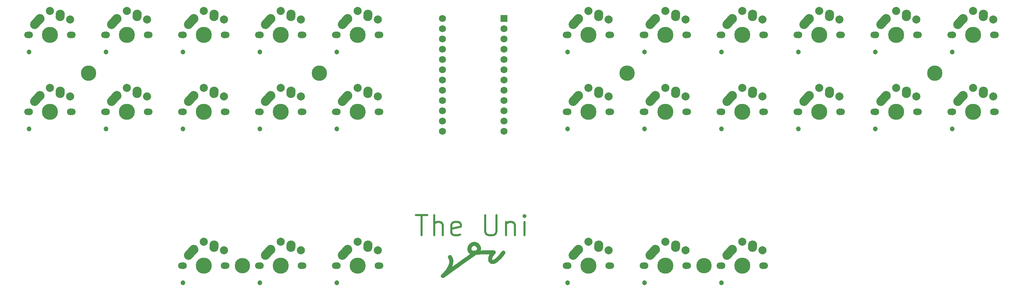
<source format=gts>
G04 #@! TF.GenerationSoftware,KiCad,Pcbnew,(6.0.0-0)*
G04 #@! TF.CreationDate,2022-03-08T07:19:15-08:00*
G04 #@! TF.ProjectId,unisplit_orthosteno,756e6973-706c-4697-945f-6f7274686f73,rev?*
G04 #@! TF.SameCoordinates,Original*
G04 #@! TF.FileFunction,Soldermask,Top*
G04 #@! TF.FilePolarity,Negative*
%FSLAX46Y46*%
G04 Gerber Fmt 4.6, Leading zero omitted, Abs format (unit mm)*
G04 Created by KiCad (PCBNEW (6.0.0-0)) date 2022-03-08 07:19:15*
%MOMM*%
%LPD*%
G01*
G04 APERTURE LIST*
G04 Aperture macros list*
%AMHorizOval*
0 Thick line with rounded ends*
0 $1 width*
0 $2 $3 position (X,Y) of the first rounded end (center of the circle)*
0 $4 $5 position (X,Y) of the second rounded end (center of the circle)*
0 Add line between two ends*
20,1,$1,$2,$3,$4,$5,0*
0 Add two circle primitives to create the rounded ends*
1,1,$1,$2,$3*
1,1,$1,$4,$5*%
G04 Aperture macros list end*
%ADD10C,0.500000*%
%ADD11C,1.700000*%
%ADD12C,3.987800*%
%ADD13C,1.200000*%
%ADD14C,1.750000*%
%ADD15HorizOval,2.250000X0.019771X0.290016X-0.019771X-0.290016X0*%
%ADD16C,2.000000*%
%ADD17C,2.250000*%
%ADD18HorizOval,2.250000X0.654995X0.730004X-0.654995X-0.730004X0*%
%ADD19C,3.800000*%
%ADD20R,1.752600X1.752600*%
%ADD21C,1.752600*%
G04 APERTURE END LIST*
D10*
X127890726Y-114499404D02*
X130747869Y-114499404D01*
X129319297Y-119499404D02*
X129319297Y-114499404D01*
X132414535Y-119499404D02*
X132414535Y-114499404D01*
X134557392Y-119499404D02*
X134557392Y-116880357D01*
X134319297Y-116404166D01*
X133843107Y-116166071D01*
X133128821Y-116166071D01*
X132652630Y-116404166D01*
X132414535Y-116642261D01*
X138843107Y-119261309D02*
X138366916Y-119499404D01*
X137414535Y-119499404D01*
X136938345Y-119261309D01*
X136700250Y-118785119D01*
X136700250Y-116880357D01*
X136938345Y-116404166D01*
X137414535Y-116166071D01*
X138366916Y-116166071D01*
X138843107Y-116404166D01*
X139081202Y-116880357D01*
X139081202Y-117356547D01*
X136700250Y-117832738D01*
X145033583Y-114499404D02*
X145033583Y-118547023D01*
X145271678Y-119023214D01*
X145509773Y-119261309D01*
X145985964Y-119499404D01*
X146938345Y-119499404D01*
X147414535Y-119261309D01*
X147652630Y-119023214D01*
X147890726Y-118547023D01*
X147890726Y-114499404D01*
X150271678Y-116166071D02*
X150271678Y-119499404D01*
X150271678Y-116642261D02*
X150509773Y-116404166D01*
X150985964Y-116166071D01*
X151700250Y-116166071D01*
X152176440Y-116404166D01*
X152414535Y-116880357D01*
X152414535Y-119499404D01*
X154795488Y-119499404D02*
X154795488Y-116166071D01*
X154795488Y-114499404D02*
X154557392Y-114737500D01*
X154795488Y-114975595D01*
X155033583Y-114737500D01*
X154795488Y-114499404D01*
X154795488Y-114975595D01*
G36*
X146050844Y-124376746D02*
G01*
X146054387Y-124368450D01*
X146057211Y-124368450D01*
X146059430Y-124370669D01*
X146061649Y-124368450D01*
X146059430Y-124366231D01*
X146057211Y-124368450D01*
X146054387Y-124368450D01*
X146056645Y-124363163D01*
X146058436Y-124359575D01*
X146061649Y-124359575D01*
X146063867Y-124361794D01*
X146066086Y-124359575D01*
X146063867Y-124357356D01*
X146061649Y-124359575D01*
X146058436Y-124359575D01*
X146062867Y-124350700D01*
X146066086Y-124350700D01*
X146068305Y-124352919D01*
X146070523Y-124350700D01*
X146068305Y-124348481D01*
X146066086Y-124350700D01*
X146062867Y-124350700D01*
X146063299Y-124349835D01*
X146068125Y-124341825D01*
X146070523Y-124341825D01*
X146072742Y-124344044D01*
X146074961Y-124341825D01*
X146072742Y-124339607D01*
X146070523Y-124341825D01*
X146068125Y-124341825D01*
X146069590Y-124339393D01*
X146074279Y-124334479D01*
X146077827Y-124330099D01*
X146084236Y-124319462D01*
X146092504Y-124304304D01*
X146099267Y-124291127D01*
X146109289Y-124271539D01*
X146119144Y-124253012D01*
X146127393Y-124238218D01*
X146130919Y-124232331D01*
X146141634Y-124215358D01*
X146091657Y-124215479D01*
X146083516Y-124215548D01*
X146066828Y-124215733D01*
X146041920Y-124216032D01*
X146009117Y-124216438D01*
X145968747Y-124216948D01*
X145921136Y-124217557D01*
X145866611Y-124218262D01*
X145805499Y-124219057D01*
X145738127Y-124219939D01*
X145664821Y-124220903D01*
X145585907Y-124221945D01*
X145501713Y-124223061D01*
X145412566Y-124224245D01*
X145318791Y-124225495D01*
X145220716Y-124226805D01*
X145118667Y-124228171D01*
X145012972Y-124229590D01*
X144903956Y-124231056D01*
X144791946Y-124232565D01*
X144677270Y-124234113D01*
X144560253Y-124235696D01*
X144448113Y-124237216D01*
X142854546Y-124258832D01*
X138859137Y-127111248D01*
X138689224Y-127232550D01*
X138521014Y-127352629D01*
X138354652Y-127471383D01*
X138190286Y-127588705D01*
X138028062Y-127704492D01*
X137868128Y-127818638D01*
X137710629Y-127931040D01*
X137555713Y-128041592D01*
X137403526Y-128150190D01*
X137254215Y-128256730D01*
X137107927Y-128361106D01*
X136964809Y-128463214D01*
X136825007Y-128562949D01*
X136688668Y-128660208D01*
X136555939Y-128754884D01*
X136426966Y-128846873D01*
X136301897Y-128936072D01*
X136180878Y-129022375D01*
X136064056Y-129105677D01*
X135951577Y-129185874D01*
X135843589Y-129262861D01*
X135740238Y-129336534D01*
X135641670Y-129406788D01*
X135548033Y-129473519D01*
X135459474Y-129536621D01*
X135376139Y-129595990D01*
X135298174Y-129651522D01*
X135225727Y-129703111D01*
X135158945Y-129750654D01*
X135097973Y-129794045D01*
X135042960Y-129833181D01*
X134994051Y-129867955D01*
X134951393Y-129898264D01*
X134915133Y-129924003D01*
X134885419Y-129945068D01*
X134862396Y-129961353D01*
X134846211Y-129972755D01*
X134837011Y-129979167D01*
X134834884Y-129980590D01*
X134802359Y-129997428D01*
X134764158Y-130013501D01*
X134723466Y-130027535D01*
X134701897Y-130033733D01*
X134677592Y-130038522D01*
X134647098Y-130042025D01*
X134613018Y-130044164D01*
X134577954Y-130044865D01*
X134544508Y-130044050D01*
X134515285Y-130041645D01*
X134501728Y-130039573D01*
X134435089Y-130022687D01*
X134372817Y-129998303D01*
X134315335Y-129966783D01*
X134263067Y-129928487D01*
X134216436Y-129883777D01*
X134175866Y-129833013D01*
X134141781Y-129776557D01*
X134114604Y-129714770D01*
X134111914Y-129707265D01*
X134095023Y-129645847D01*
X134086395Y-129582665D01*
X134085879Y-129518772D01*
X134093322Y-129455221D01*
X134108573Y-129393066D01*
X134131478Y-129333360D01*
X134161886Y-129277155D01*
X134177400Y-129254089D01*
X134186613Y-129241524D01*
X134195839Y-129229721D01*
X134205885Y-129217856D01*
X134217559Y-129205104D01*
X134231668Y-129190638D01*
X134249020Y-129173635D01*
X134270424Y-129153269D01*
X134296686Y-129128715D01*
X134328614Y-129099148D01*
X134333452Y-129094682D01*
X134392227Y-129039629D01*
X134455201Y-128979162D01*
X134521282Y-128914404D01*
X134589378Y-128846480D01*
X134658396Y-128776515D01*
X134727244Y-128705634D01*
X134794830Y-128634960D01*
X134860061Y-128565617D01*
X134921846Y-128498732D01*
X134979091Y-128435427D01*
X135029955Y-128377692D01*
X135161199Y-128222172D01*
X135284739Y-128067168D01*
X135400504Y-127912811D01*
X135508424Y-127759231D01*
X135608428Y-127606558D01*
X135700446Y-127454924D01*
X135784408Y-127304458D01*
X135860242Y-127155293D01*
X135927879Y-127007557D01*
X135987247Y-126861383D01*
X136038277Y-126716900D01*
X136080898Y-126574239D01*
X136115039Y-126433531D01*
X136134962Y-126329806D01*
X136142326Y-126285587D01*
X136148333Y-126246965D01*
X136153116Y-126212226D01*
X136156814Y-126179654D01*
X136159560Y-126147536D01*
X136161492Y-126114158D01*
X136162745Y-126077806D01*
X136163454Y-126036765D01*
X136163756Y-125989321D01*
X136163795Y-125965934D01*
X136163733Y-125917756D01*
X136163411Y-125876956D01*
X136162729Y-125842038D01*
X136161587Y-125811506D01*
X136159887Y-125783865D01*
X136157529Y-125757618D01*
X136154412Y-125731270D01*
X136150438Y-125703325D01*
X136145507Y-125672287D01*
X136143425Y-125659750D01*
X136130072Y-125589571D01*
X136113999Y-125523653D01*
X136094850Y-125459762D01*
X136071916Y-125394344D01*
X136047716Y-125335874D01*
X136021292Y-125282433D01*
X135991686Y-125232099D01*
X135957941Y-125182952D01*
X135954234Y-125177938D01*
X135915517Y-125119207D01*
X135885499Y-125058837D01*
X135864198Y-124996910D01*
X135851631Y-124933510D01*
X135847814Y-124868720D01*
X135852766Y-124802623D01*
X135864769Y-124741943D01*
X135884507Y-124681740D01*
X135911699Y-124625309D01*
X135945637Y-124573143D01*
X135985617Y-124525739D01*
X136030931Y-124483591D01*
X136080874Y-124447195D01*
X136134740Y-124417044D01*
X136191822Y-124393634D01*
X136251416Y-124377460D01*
X136312814Y-124369017D01*
X136375311Y-124368800D01*
X136394688Y-124370468D01*
X136458475Y-124380576D01*
X136517474Y-124396883D01*
X136572389Y-124419815D01*
X136623929Y-124449800D01*
X136672797Y-124487263D01*
X136719701Y-124532631D01*
X136765345Y-124586330D01*
X136776874Y-124601416D01*
X136845282Y-124699883D01*
X136907906Y-124804728D01*
X136964534Y-124915426D01*
X137014959Y-125031451D01*
X137058971Y-125152278D01*
X137096362Y-125277381D01*
X137126921Y-125406235D01*
X137150442Y-125538314D01*
X137151012Y-125542157D01*
X137156824Y-125582504D01*
X137161649Y-125618669D01*
X137165576Y-125652091D01*
X137168694Y-125684207D01*
X137171094Y-125716453D01*
X137172863Y-125750266D01*
X137174092Y-125787085D01*
X137174870Y-125828344D01*
X137175287Y-125875483D01*
X137175431Y-125929938D01*
X137175433Y-125934872D01*
X137175339Y-125991262D01*
X137174947Y-126040330D01*
X137174157Y-126083628D01*
X137172873Y-126122707D01*
X137170995Y-126159120D01*
X137168427Y-126194416D01*
X137165071Y-126230148D01*
X137160827Y-126267866D01*
X137155599Y-126309122D01*
X137149288Y-126355468D01*
X137148534Y-126360868D01*
X137125534Y-126502354D01*
X137095790Y-126647257D01*
X137059775Y-126793827D01*
X137017959Y-126940314D01*
X136970815Y-127084967D01*
X136918815Y-127226037D01*
X136907592Y-127254371D01*
X136898064Y-127278132D01*
X136919261Y-127262656D01*
X136924061Y-127259210D01*
X136935885Y-127250749D01*
X136954537Y-127237416D01*
X136979816Y-127219351D01*
X137011525Y-127196698D01*
X137049464Y-127169597D01*
X137093436Y-127138190D01*
X137143242Y-127102619D01*
X137198683Y-127063026D01*
X137259561Y-127019552D01*
X137325678Y-126972339D01*
X137396835Y-126921529D01*
X137472833Y-126867264D01*
X137553474Y-126809685D01*
X137638559Y-126748934D01*
X137727890Y-126685153D01*
X137821269Y-126618484D01*
X137918496Y-126549067D01*
X138019374Y-126477046D01*
X138123704Y-126402562D01*
X138231287Y-126325755D01*
X138341925Y-126246769D01*
X138455420Y-126165745D01*
X138571572Y-126082825D01*
X138690184Y-125998150D01*
X138811057Y-125911862D01*
X138933992Y-125824103D01*
X139058791Y-125735014D01*
X139139217Y-125677602D01*
X139264945Y-125587848D01*
X139388876Y-125499370D01*
X139510811Y-125412309D01*
X139630557Y-125326805D01*
X139747916Y-125242999D01*
X139862692Y-125161030D01*
X139974689Y-125081039D01*
X140083711Y-125003166D01*
X140189562Y-124927551D01*
X140292046Y-124854334D01*
X140390966Y-124783655D01*
X140486127Y-124715655D01*
X140577332Y-124650475D01*
X140664386Y-124588253D01*
X140747092Y-124529130D01*
X140825253Y-124473247D01*
X140898675Y-124420744D01*
X140967160Y-124371760D01*
X141030514Y-124326437D01*
X141088538Y-124284913D01*
X141141038Y-124247331D01*
X141187817Y-124213828D01*
X141228680Y-124184547D01*
X141263429Y-124159627D01*
X141291870Y-124139208D01*
X141313805Y-124123430D01*
X141329039Y-124112434D01*
X141337375Y-124106359D01*
X141339004Y-124105114D01*
X141335867Y-124101787D01*
X141326552Y-124094715D01*
X141312405Y-124084860D01*
X141294771Y-124073182D01*
X141290192Y-124070229D01*
X141210964Y-124014889D01*
X141134165Y-123952386D01*
X141061173Y-123884070D01*
X140993366Y-123811288D01*
X140932123Y-123735387D01*
X140896833Y-123685535D01*
X140846298Y-123605240D01*
X140802700Y-123525399D01*
X140764652Y-123443393D01*
X140750900Y-123409959D01*
X140713594Y-123304205D01*
X140684429Y-123195523D01*
X140663376Y-123084464D01*
X140650410Y-122971575D01*
X140645503Y-122857404D01*
X140646574Y-122818037D01*
X141652185Y-122818037D01*
X141652268Y-122880805D01*
X141657305Y-122937423D01*
X141667571Y-122989282D01*
X141683340Y-123037774D01*
X141704692Y-123083922D01*
X141735590Y-123132687D01*
X141773400Y-123175990D01*
X141817973Y-123213750D01*
X141869160Y-123245881D01*
X141926814Y-123272301D01*
X141990785Y-123292925D01*
X142060925Y-123307670D01*
X142114094Y-123314495D01*
X142140552Y-123316202D01*
X142173580Y-123316987D01*
X142210927Y-123316908D01*
X142250343Y-123316023D01*
X142289577Y-123314389D01*
X142326379Y-123312064D01*
X142358497Y-123309105D01*
X142367466Y-123308027D01*
X142422935Y-123300223D01*
X142470764Y-123292019D01*
X142512189Y-123283132D01*
X142548444Y-123273282D01*
X142580766Y-123262188D01*
X142595995Y-123256019D01*
X142676759Y-123218397D01*
X142749622Y-123177878D01*
X142814490Y-123134548D01*
X142871273Y-123088495D01*
X142919879Y-123039803D01*
X142960214Y-122988560D01*
X142992188Y-122934851D01*
X143015709Y-122878764D01*
X143022839Y-122855277D01*
X143032910Y-122801767D01*
X143035241Y-122745312D01*
X143030133Y-122686731D01*
X143017883Y-122626841D01*
X142998792Y-122566462D01*
X142973157Y-122506411D01*
X142941278Y-122447508D01*
X142903453Y-122390569D01*
X142859982Y-122336413D01*
X142816795Y-122291228D01*
X142757968Y-122240124D01*
X142695852Y-122196813D01*
X142630880Y-122161479D01*
X142563484Y-122134305D01*
X142494096Y-122115474D01*
X142423147Y-122105171D01*
X142374122Y-122103129D01*
X142322333Y-122105110D01*
X142272959Y-122111371D01*
X142224144Y-122122384D01*
X142174032Y-122138623D01*
X142120768Y-122160561D01*
X142087328Y-122176263D01*
X142013220Y-122217114D01*
X141944971Y-122264401D01*
X141882867Y-122317844D01*
X141827193Y-122377163D01*
X141778233Y-122442078D01*
X141736273Y-122512308D01*
X141726575Y-122531343D01*
X141702633Y-122583015D01*
X141684102Y-122630496D01*
X141670374Y-122676120D01*
X141660844Y-122722220D01*
X141654908Y-122771130D01*
X141652185Y-122818037D01*
X140646574Y-122818037D01*
X140648628Y-122742499D01*
X140659759Y-122627408D01*
X140678869Y-122512681D01*
X140705932Y-122398864D01*
X140740919Y-122286506D01*
X140783806Y-122176155D01*
X140814494Y-122108688D01*
X140836145Y-122064558D01*
X140856061Y-122026065D01*
X140875736Y-121990577D01*
X140896664Y-121955466D01*
X140920342Y-121918102D01*
X140938731Y-121890131D01*
X140983167Y-121826191D01*
X141028988Y-121766352D01*
X141078095Y-121708310D01*
X141132384Y-121649762D01*
X141160287Y-121621358D01*
X141251734Y-121535586D01*
X141347211Y-121457508D01*
X141447264Y-121386755D01*
X141552436Y-121322960D01*
X141663274Y-121265756D01*
X141733823Y-121233972D01*
X141850052Y-121188638D01*
X141965848Y-121152160D01*
X142081256Y-121124534D01*
X142196324Y-121105754D01*
X142311098Y-121095816D01*
X142425624Y-121094714D01*
X142539948Y-121102443D01*
X142654117Y-121118997D01*
X142694497Y-121126970D01*
X142808792Y-121155558D01*
X142920372Y-121192496D01*
X143029330Y-121237829D01*
X143135760Y-121291602D01*
X143239753Y-121353861D01*
X143341405Y-121424649D01*
X143390300Y-121462393D01*
X143420705Y-121487825D01*
X143455100Y-121518615D01*
X143491978Y-121553257D01*
X143529832Y-121590245D01*
X143567156Y-121628073D01*
X143602442Y-121665235D01*
X143634184Y-121700223D01*
X143660875Y-121731531D01*
X143666423Y-121738408D01*
X143742041Y-121839956D01*
X143809194Y-121944006D01*
X143867861Y-122050507D01*
X143918022Y-122159409D01*
X143959657Y-122270664D01*
X143992743Y-122384221D01*
X144017262Y-122500031D01*
X144033192Y-122618044D01*
X144034138Y-122628045D01*
X144036326Y-122661436D01*
X144037509Y-122700965D01*
X144037741Y-122744560D01*
X144037075Y-122790146D01*
X144035565Y-122835649D01*
X144033266Y-122878996D01*
X144030231Y-122918112D01*
X144026514Y-122950924D01*
X144025572Y-122957339D01*
X144006913Y-123057348D01*
X143982864Y-123151006D01*
X143973822Y-123180321D01*
X143954904Y-123239117D01*
X143984333Y-123239005D01*
X143990924Y-123238938D01*
X144006068Y-123238754D01*
X144029444Y-123238459D01*
X144060733Y-123238057D01*
X144099612Y-123237552D01*
X144145761Y-123236948D01*
X144198859Y-123236250D01*
X144258586Y-123235461D01*
X144324620Y-123234587D01*
X144396641Y-123233631D01*
X144474329Y-123232598D01*
X144557361Y-123231492D01*
X144645418Y-123230316D01*
X144738179Y-123229077D01*
X144835322Y-123227777D01*
X144936528Y-123226421D01*
X145041475Y-123225014D01*
X145149842Y-123223559D01*
X145261308Y-123222061D01*
X145375554Y-123220524D01*
X145492257Y-123218952D01*
X145611098Y-123217350D01*
X145611247Y-123217348D01*
X145755485Y-123215414D01*
X145894136Y-123213580D01*
X146027031Y-123211846D01*
X146153996Y-123210215D01*
X146274861Y-123208688D01*
X146389454Y-123207268D01*
X146497604Y-123205955D01*
X146599138Y-123204753D01*
X146693887Y-123203663D01*
X146781677Y-123202687D01*
X146862338Y-123201826D01*
X146935698Y-123201082D01*
X147001586Y-123200459D01*
X147059830Y-123199956D01*
X147110258Y-123199576D01*
X147152700Y-123199322D01*
X147186983Y-123199194D01*
X147212937Y-123199195D01*
X147230389Y-123199326D01*
X147239168Y-123199590D01*
X147239793Y-123199649D01*
X147307214Y-123212211D01*
X147370741Y-123232605D01*
X147430015Y-123260617D01*
X147484671Y-123296035D01*
X147534350Y-123338645D01*
X147578688Y-123388233D01*
X147593435Y-123407981D01*
X147627655Y-123463579D01*
X147654061Y-123522677D01*
X147672564Y-123584405D01*
X147683074Y-123647891D01*
X147685500Y-123712266D01*
X147679754Y-123776657D01*
X147665746Y-123840196D01*
X147644155Y-123900246D01*
X147632060Y-123925999D01*
X147618311Y-123950700D01*
X147602053Y-123975481D01*
X147582432Y-124001473D01*
X147558595Y-124029809D01*
X147529686Y-124061619D01*
X147495038Y-124097845D01*
X147447398Y-124147334D01*
X147404662Y-124193027D01*
X147365023Y-124236934D01*
X147326673Y-124281065D01*
X147287805Y-124327429D01*
X147279613Y-124337388D01*
X147213599Y-124420568D01*
X147151502Y-124504235D01*
X147093548Y-124587913D01*
X147039958Y-124671127D01*
X146990955Y-124753403D01*
X146946762Y-124834267D01*
X146907604Y-124913243D01*
X146873701Y-124989856D01*
X146845278Y-125063632D01*
X146822558Y-125134096D01*
X146805763Y-125200773D01*
X146795117Y-125263188D01*
X146790842Y-125320868D01*
X146793132Y-125373073D01*
X146801126Y-125421979D01*
X146813765Y-125465036D01*
X146831969Y-125504449D01*
X146856656Y-125542425D01*
X146871586Y-125561404D01*
X146896724Y-125591744D01*
X146924042Y-125588600D01*
X146973921Y-125579535D01*
X147028658Y-125563338D01*
X147088027Y-125540153D01*
X147151800Y-125510123D01*
X147219751Y-125473392D01*
X147291654Y-125430103D01*
X147367283Y-125380398D01*
X147446411Y-125324421D01*
X147528812Y-125262316D01*
X147614259Y-125194225D01*
X147702526Y-125120292D01*
X147793387Y-125040660D01*
X147801131Y-125033715D01*
X147821611Y-125014918D01*
X147847417Y-124990593D01*
X147877701Y-124961583D01*
X147911612Y-124928733D01*
X147948301Y-124892888D01*
X147986919Y-124854891D01*
X148026615Y-124815588D01*
X148066541Y-124775821D01*
X148105847Y-124736437D01*
X148143682Y-124698279D01*
X148179199Y-124662191D01*
X148211546Y-124629018D01*
X148239875Y-124599604D01*
X148263336Y-124574795D01*
X148268789Y-124568925D01*
X148357315Y-124471788D01*
X148448019Y-124369562D01*
X148539920Y-124263446D01*
X148632036Y-124154640D01*
X148723386Y-124044342D01*
X148812988Y-123933751D01*
X148899861Y-123824067D01*
X148983024Y-123716489D01*
X149061494Y-123612215D01*
X149134291Y-123512445D01*
X149139330Y-123505408D01*
X149183541Y-123448165D01*
X149228543Y-123399320D01*
X149275035Y-123358396D01*
X149323715Y-123324917D01*
X149375281Y-123298406D01*
X149430432Y-123278387D01*
X149489866Y-123264383D01*
X149493512Y-123263736D01*
X149557025Y-123257047D01*
X149620268Y-123258824D01*
X149682468Y-123268674D01*
X149742850Y-123286204D01*
X149800640Y-123311019D01*
X149855063Y-123342726D01*
X149905346Y-123380930D01*
X149950712Y-123425240D01*
X149990389Y-123475259D01*
X150023602Y-123530595D01*
X150025439Y-123534208D01*
X150050024Y-123592757D01*
X150066718Y-123654277D01*
X150075523Y-123717687D01*
X150076442Y-123781904D01*
X150069480Y-123845847D01*
X150054639Y-123908432D01*
X150031922Y-123968577D01*
X150024119Y-123984895D01*
X150012695Y-124005367D01*
X149995923Y-124032092D01*
X149974201Y-124064558D01*
X149947924Y-124102252D01*
X149917489Y-124144663D01*
X149883294Y-124191278D01*
X149845735Y-124241587D01*
X149805209Y-124295076D01*
X149762113Y-124351233D01*
X149716844Y-124409547D01*
X149669798Y-124469505D01*
X149621372Y-124530596D01*
X149571963Y-124592307D01*
X149521969Y-124654127D01*
X149471785Y-124715543D01*
X149421808Y-124776043D01*
X149372436Y-124835115D01*
X149324065Y-124892248D01*
X149291319Y-124930459D01*
X149190278Y-125046073D01*
X149087575Y-125160377D01*
X148984030Y-125272528D01*
X148880462Y-125381677D01*
X148777690Y-125486981D01*
X148676535Y-125587593D01*
X148577815Y-125682666D01*
X148482352Y-125771356D01*
X148435688Y-125813408D01*
X148308963Y-125923315D01*
X148184875Y-126024788D01*
X148063368Y-126117849D01*
X147944388Y-126202521D01*
X147827881Y-126278827D01*
X147713792Y-126346789D01*
X147602067Y-126406431D01*
X147492652Y-126457774D01*
X147385492Y-126500842D01*
X147280532Y-126535657D01*
X147177720Y-126562243D01*
X147077000Y-126580622D01*
X146978317Y-126590817D01*
X146881618Y-126592850D01*
X146786848Y-126586744D01*
X146693953Y-126572523D01*
X146647393Y-126562179D01*
X146560552Y-126536277D01*
X146476476Y-126501984D01*
X146395310Y-126459392D01*
X146317198Y-126408589D01*
X146242285Y-126349664D01*
X146170714Y-126282708D01*
X146134401Y-126244232D01*
X146063453Y-126160136D01*
X146000998Y-126073840D01*
X145946831Y-125984899D01*
X145900744Y-125892871D01*
X145862532Y-125797310D01*
X145831989Y-125697773D01*
X145808907Y-125593816D01*
X145797024Y-125517751D01*
X145794144Y-125489187D01*
X145791914Y-125453762D01*
X145790345Y-125413468D01*
X145789452Y-125370296D01*
X145789247Y-125326239D01*
X145789744Y-125283288D01*
X145790956Y-125243435D01*
X145792896Y-125208670D01*
X145794834Y-125187161D01*
X145813622Y-125057305D01*
X145840957Y-124927147D01*
X145876602Y-124797676D01*
X145912799Y-124690166D01*
X145924407Y-124659326D01*
X145937365Y-124626486D01*
X145951244Y-124592596D01*
X145965613Y-124558602D01*
X145980040Y-124525455D01*
X145994096Y-124494103D01*
X146007349Y-124465494D01*
X146019369Y-124440578D01*
X146029725Y-124420303D01*
X146037988Y-124405619D01*
X146043725Y-124397472D01*
X146046194Y-124396289D01*
X146047729Y-124396366D01*
X146046676Y-124394142D01*
X146047115Y-124387950D01*
X146047697Y-124386200D01*
X146048336Y-124386200D01*
X146050555Y-124388419D01*
X146052774Y-124386200D01*
X146050555Y-124383981D01*
X146048336Y-124386200D01*
X146047697Y-124386200D01*
X146050651Y-124377325D01*
X146052774Y-124377325D01*
X146054992Y-124379544D01*
X146057211Y-124377325D01*
X146054992Y-124375106D01*
X146052774Y-124377325D01*
X146050651Y-124377325D01*
X146050844Y-124376746D01*
G37*
D11*
X42806250Y-69850000D03*
D12*
X37306250Y-69850000D03*
D13*
X32086250Y-74050000D03*
D14*
X42386250Y-69850000D03*
D11*
X31806250Y-69850000D03*
D14*
X32226250Y-69850000D03*
D15*
X39826021Y-65059984D03*
D16*
X42306250Y-66050000D03*
D17*
X39846250Y-64770000D03*
X34806250Y-65850000D03*
D16*
X37306250Y-63950000D03*
D18*
X34151245Y-66579996D03*
D12*
X56356250Y-69850000D03*
D11*
X61856250Y-69850000D03*
D14*
X61436250Y-69850000D03*
X51276250Y-69850000D03*
D13*
X51136250Y-74050000D03*
D11*
X50856250Y-69850000D03*
D15*
X58876021Y-65059984D03*
D16*
X61356250Y-66050000D03*
D17*
X58896250Y-64770000D03*
D16*
X56356250Y-63950000D03*
D18*
X53201245Y-66579996D03*
D17*
X53856250Y-65850000D03*
D11*
X69906250Y-69850000D03*
X80906250Y-69850000D03*
D14*
X80486250Y-69850000D03*
D12*
X75406250Y-69850000D03*
D14*
X70326250Y-69850000D03*
D13*
X70186250Y-74050000D03*
D15*
X77926021Y-65059984D03*
D17*
X77946250Y-64770000D03*
D16*
X80406250Y-66050000D03*
X75406250Y-63950000D03*
D18*
X72251245Y-66579996D03*
D17*
X72906250Y-65850000D03*
D14*
X99536250Y-69850000D03*
D12*
X94456250Y-69850000D03*
D11*
X88956250Y-69850000D03*
D13*
X89236250Y-74050000D03*
D14*
X89376250Y-69850000D03*
D11*
X99956250Y-69850000D03*
D17*
X96996250Y-64770000D03*
D16*
X99456250Y-66050000D03*
D15*
X96976021Y-65059984D03*
D18*
X91301245Y-66579996D03*
D16*
X94456250Y-63950000D03*
D17*
X91956250Y-65850000D03*
D14*
X118586250Y-69850000D03*
D11*
X108006250Y-69850000D03*
X119006250Y-69850000D03*
D13*
X108286250Y-74050000D03*
D14*
X108426250Y-69850000D03*
D12*
X113506250Y-69850000D03*
D15*
X116026021Y-65059984D03*
D16*
X118506250Y-66050000D03*
D17*
X116046250Y-64770000D03*
X111006250Y-65850000D03*
D16*
X113506250Y-63950000D03*
D18*
X110351245Y-66579996D03*
D13*
X165436250Y-74050000D03*
D14*
X165576250Y-69850000D03*
X175736250Y-69850000D03*
D11*
X165156250Y-69850000D03*
D12*
X170656250Y-69850000D03*
D11*
X176156250Y-69850000D03*
D15*
X173176021Y-65059984D03*
D17*
X173196250Y-64770000D03*
D16*
X175656250Y-66050000D03*
D18*
X167501245Y-66579996D03*
D16*
X170656250Y-63950000D03*
D17*
X168156250Y-65850000D03*
D11*
X195206250Y-69850000D03*
D13*
X184486250Y-74050000D03*
D14*
X184626250Y-69850000D03*
D11*
X184206250Y-69850000D03*
D14*
X194786250Y-69850000D03*
D12*
X189706250Y-69850000D03*
D15*
X192226021Y-65059984D03*
D17*
X192246250Y-64770000D03*
D16*
X194706250Y-66050000D03*
X189706250Y-63950000D03*
D17*
X187206250Y-65850000D03*
D18*
X186551245Y-66579996D03*
D14*
X213836250Y-69850000D03*
X203676250Y-69850000D03*
D12*
X208756250Y-69850000D03*
D13*
X203536250Y-74050000D03*
D11*
X203256250Y-69850000D03*
X214256250Y-69850000D03*
D17*
X211296250Y-64770000D03*
D16*
X213756250Y-66050000D03*
D15*
X211276021Y-65059984D03*
D17*
X206256250Y-65850000D03*
D18*
X205601245Y-66579996D03*
D16*
X208756250Y-63950000D03*
D14*
X232886250Y-69850000D03*
D11*
X233306250Y-69850000D03*
D12*
X227806250Y-69850000D03*
D14*
X222726250Y-69850000D03*
D11*
X222306250Y-69850000D03*
D13*
X222586250Y-74050000D03*
D16*
X232806250Y-66050000D03*
D15*
X230326021Y-65059984D03*
D17*
X230346250Y-64770000D03*
D16*
X227806250Y-63950000D03*
D17*
X225306250Y-65850000D03*
D18*
X224651245Y-66579996D03*
D14*
X241776250Y-69850000D03*
X251936250Y-69850000D03*
D11*
X252356250Y-69850000D03*
D13*
X241636250Y-74050000D03*
D11*
X241356250Y-69850000D03*
D12*
X246856250Y-69850000D03*
D16*
X251856250Y-66050000D03*
D15*
X249376021Y-65059984D03*
D17*
X249396250Y-64770000D03*
X244356250Y-65850000D03*
D18*
X243701245Y-66579996D03*
D16*
X246856250Y-63950000D03*
D14*
X260826250Y-69850000D03*
D11*
X271406250Y-69850000D03*
D14*
X270986250Y-69850000D03*
D11*
X260406250Y-69850000D03*
D13*
X260686250Y-74050000D03*
D12*
X265906250Y-69850000D03*
D17*
X268446250Y-64770000D03*
D16*
X270906250Y-66050000D03*
D15*
X268426021Y-65059984D03*
D16*
X265906250Y-63950000D03*
D18*
X262751245Y-66579996D03*
D17*
X263406250Y-65850000D03*
D11*
X42806250Y-88900000D03*
D14*
X32226250Y-88900000D03*
D12*
X37306250Y-88900000D03*
D13*
X32086250Y-93100000D03*
D11*
X31806250Y-88900000D03*
D14*
X42386250Y-88900000D03*
D17*
X39846250Y-83820000D03*
D16*
X42306250Y-85100000D03*
D15*
X39826021Y-84109984D03*
D16*
X37306250Y-83000000D03*
D17*
X34806250Y-84900000D03*
D18*
X34151245Y-85629996D03*
D12*
X56356250Y-88900000D03*
D14*
X61436250Y-88900000D03*
D11*
X50856250Y-88900000D03*
D14*
X51276250Y-88900000D03*
D11*
X61856250Y-88900000D03*
D13*
X51136250Y-93100000D03*
D16*
X61356250Y-85100000D03*
D17*
X58896250Y-83820000D03*
D15*
X58876021Y-84109984D03*
D17*
X53856250Y-84900000D03*
D16*
X56356250Y-83000000D03*
D18*
X53201245Y-85629996D03*
D12*
X75406250Y-88900000D03*
D14*
X80486250Y-88900000D03*
D11*
X69906250Y-88900000D03*
D13*
X70186250Y-93100000D03*
D11*
X80906250Y-88900000D03*
D14*
X70326250Y-88900000D03*
D17*
X77946250Y-83820000D03*
D16*
X80406250Y-85100000D03*
D15*
X77926021Y-84109984D03*
D16*
X75406250Y-83000000D03*
D17*
X72906250Y-84900000D03*
D18*
X72251245Y-85629996D03*
D13*
X89236250Y-93100000D03*
D14*
X89376250Y-88900000D03*
D12*
X94456250Y-88900000D03*
D14*
X99536250Y-88900000D03*
D11*
X99956250Y-88900000D03*
X88956250Y-88900000D03*
D16*
X99456250Y-85100000D03*
D17*
X96996250Y-83820000D03*
D15*
X96976021Y-84109984D03*
D17*
X91956250Y-84900000D03*
D18*
X91301245Y-85629996D03*
D16*
X94456250Y-83000000D03*
D14*
X118586250Y-88900000D03*
D13*
X108286250Y-93100000D03*
D11*
X108006250Y-88900000D03*
D12*
X113506250Y-88900000D03*
D14*
X108426250Y-88900000D03*
D11*
X119006250Y-88900000D03*
D17*
X116046250Y-83820000D03*
D15*
X116026021Y-84109984D03*
D16*
X118506250Y-85100000D03*
D17*
X111006250Y-84900000D03*
D16*
X113506250Y-83000000D03*
D18*
X110351245Y-85629996D03*
D11*
X176156250Y-88900000D03*
D13*
X165436250Y-93100000D03*
D11*
X165156250Y-88900000D03*
D14*
X165576250Y-88900000D03*
D12*
X170656250Y-88900000D03*
D14*
X175736250Y-88900000D03*
D17*
X173196250Y-83820000D03*
D15*
X173176021Y-84109984D03*
D16*
X175656250Y-85100000D03*
D18*
X167501245Y-85629996D03*
D16*
X170656250Y-83000000D03*
D17*
X168156250Y-84900000D03*
D14*
X194786250Y-88900000D03*
D13*
X184486250Y-93100000D03*
D12*
X189706250Y-88900000D03*
D11*
X195206250Y-88900000D03*
D14*
X184626250Y-88900000D03*
D11*
X184206250Y-88900000D03*
D17*
X192246250Y-83820000D03*
D16*
X194706250Y-85100000D03*
D15*
X192226021Y-84109984D03*
D18*
X186551245Y-85629996D03*
D16*
X189706250Y-83000000D03*
D17*
X187206250Y-84900000D03*
D13*
X203536250Y-93100000D03*
D14*
X203676250Y-88900000D03*
D11*
X214256250Y-88900000D03*
D12*
X208756250Y-88900000D03*
D14*
X213836250Y-88900000D03*
D11*
X203256250Y-88900000D03*
D16*
X213756250Y-85100000D03*
D17*
X211296250Y-83820000D03*
D15*
X211276021Y-84109984D03*
D16*
X208756250Y-83000000D03*
D17*
X206256250Y-84900000D03*
D18*
X205601245Y-85629996D03*
D11*
X233306250Y-88900000D03*
X222306250Y-88900000D03*
D14*
X232886250Y-88900000D03*
X222726250Y-88900000D03*
D12*
X227806250Y-88900000D03*
D13*
X222586250Y-93100000D03*
D17*
X230346250Y-83820000D03*
D15*
X230326021Y-84109984D03*
D16*
X232806250Y-85100000D03*
X227806250Y-83000000D03*
D17*
X225306250Y-84900000D03*
D18*
X224651245Y-85629996D03*
D11*
X241356250Y-88900000D03*
D13*
X241636250Y-93100000D03*
D14*
X241776250Y-88900000D03*
D11*
X252356250Y-88900000D03*
D12*
X246856250Y-88900000D03*
D14*
X251936250Y-88900000D03*
D17*
X249396250Y-83820000D03*
D16*
X251856250Y-85100000D03*
D15*
X249376021Y-84109984D03*
D16*
X246856250Y-83000000D03*
D18*
X243701245Y-85629996D03*
D17*
X244356250Y-84900000D03*
D13*
X260686250Y-93100000D03*
D14*
X260826250Y-88900000D03*
D11*
X260406250Y-88900000D03*
D12*
X265906250Y-88900000D03*
D11*
X271406250Y-88900000D03*
D14*
X270986250Y-88900000D03*
D15*
X268426021Y-84109984D03*
D17*
X268446250Y-83820000D03*
D16*
X270906250Y-85100000D03*
D17*
X263406250Y-84900000D03*
D18*
X262751245Y-85629996D03*
D16*
X265906250Y-83000000D03*
D11*
X80906250Y-127000000D03*
X69906250Y-127000000D03*
D13*
X70186250Y-131200000D03*
D12*
X75406250Y-127000000D03*
D14*
X70326250Y-127000000D03*
X80486250Y-127000000D03*
D17*
X77946250Y-121920000D03*
D16*
X80406250Y-123200000D03*
D15*
X77926021Y-122209984D03*
D16*
X75406250Y-121100000D03*
D17*
X72906250Y-123000000D03*
D18*
X72251245Y-123729996D03*
D11*
X88956250Y-127000000D03*
X99956250Y-127000000D03*
D14*
X99536250Y-127000000D03*
X89376250Y-127000000D03*
D12*
X94456250Y-127000000D03*
D13*
X89236250Y-131200000D03*
D16*
X99456250Y-123200000D03*
D17*
X96996250Y-121920000D03*
D15*
X96976021Y-122209984D03*
D17*
X91956250Y-123000000D03*
D16*
X94456250Y-121100000D03*
D18*
X91301245Y-123729996D03*
D13*
X165436250Y-131200000D03*
D14*
X165576250Y-127000000D03*
X175736250Y-127000000D03*
D12*
X170656250Y-127000000D03*
D11*
X176156250Y-127000000D03*
X165156250Y-127000000D03*
D17*
X173196250Y-121920000D03*
D15*
X173176021Y-122209984D03*
D16*
X175656250Y-123200000D03*
D17*
X168156250Y-123000000D03*
D18*
X167501245Y-123729996D03*
D16*
X170656250Y-121100000D03*
D11*
X195206250Y-127000000D03*
D14*
X184626250Y-127000000D03*
D11*
X184206250Y-127000000D03*
D13*
X184486250Y-131200000D03*
D14*
X194786250Y-127000000D03*
D12*
X189706250Y-127000000D03*
D15*
X192226021Y-122209984D03*
D16*
X194706250Y-123200000D03*
D17*
X192246250Y-121920000D03*
X187206250Y-123000000D03*
D18*
X186551245Y-123729996D03*
D16*
X189706250Y-121100000D03*
D14*
X118586250Y-127000000D03*
D11*
X119006250Y-127000000D03*
X108006250Y-127000000D03*
D14*
X108426250Y-127000000D03*
D12*
X113506250Y-127000000D03*
D13*
X108286250Y-131200000D03*
D15*
X116026021Y-122209984D03*
D17*
X116046250Y-121920000D03*
D16*
X118506250Y-123200000D03*
X113506250Y-121100000D03*
D18*
X110351245Y-123729996D03*
D17*
X111006250Y-123000000D03*
D13*
X203536250Y-131200000D03*
D11*
X214256250Y-127000000D03*
X203256250Y-127000000D03*
D12*
X208756250Y-127000000D03*
D14*
X213836250Y-127000000D03*
X203676250Y-127000000D03*
D17*
X211296250Y-121920000D03*
D16*
X213756250Y-123200000D03*
D15*
X211276021Y-122209984D03*
D18*
X205601245Y-123729996D03*
D16*
X208756250Y-121100000D03*
D17*
X206256250Y-123000000D03*
D19*
X84931250Y-127000000D03*
X103981250Y-79375000D03*
X180181250Y-79375000D03*
X256381250Y-79375000D03*
X46831250Y-79375000D03*
X199231250Y-127000000D03*
D20*
X149701250Y-65804250D03*
D21*
X149701250Y-68344250D03*
X149701250Y-70884250D03*
X149701250Y-73424250D03*
X149701250Y-75964250D03*
X149701250Y-78504250D03*
X149701250Y-81044250D03*
X149701250Y-83584250D03*
X149701250Y-86124250D03*
X149701250Y-88664250D03*
X149701250Y-91204250D03*
X149701250Y-93744250D03*
X134461250Y-93744250D03*
X134461250Y-91204250D03*
X134461250Y-88664250D03*
X134461250Y-86124250D03*
X134461250Y-83584250D03*
X134461250Y-81044250D03*
X134461250Y-78504250D03*
X134461250Y-75964250D03*
X134461250Y-73424250D03*
X134461250Y-70884250D03*
X134461250Y-68344250D03*
X134461250Y-65804250D03*
M02*

</source>
